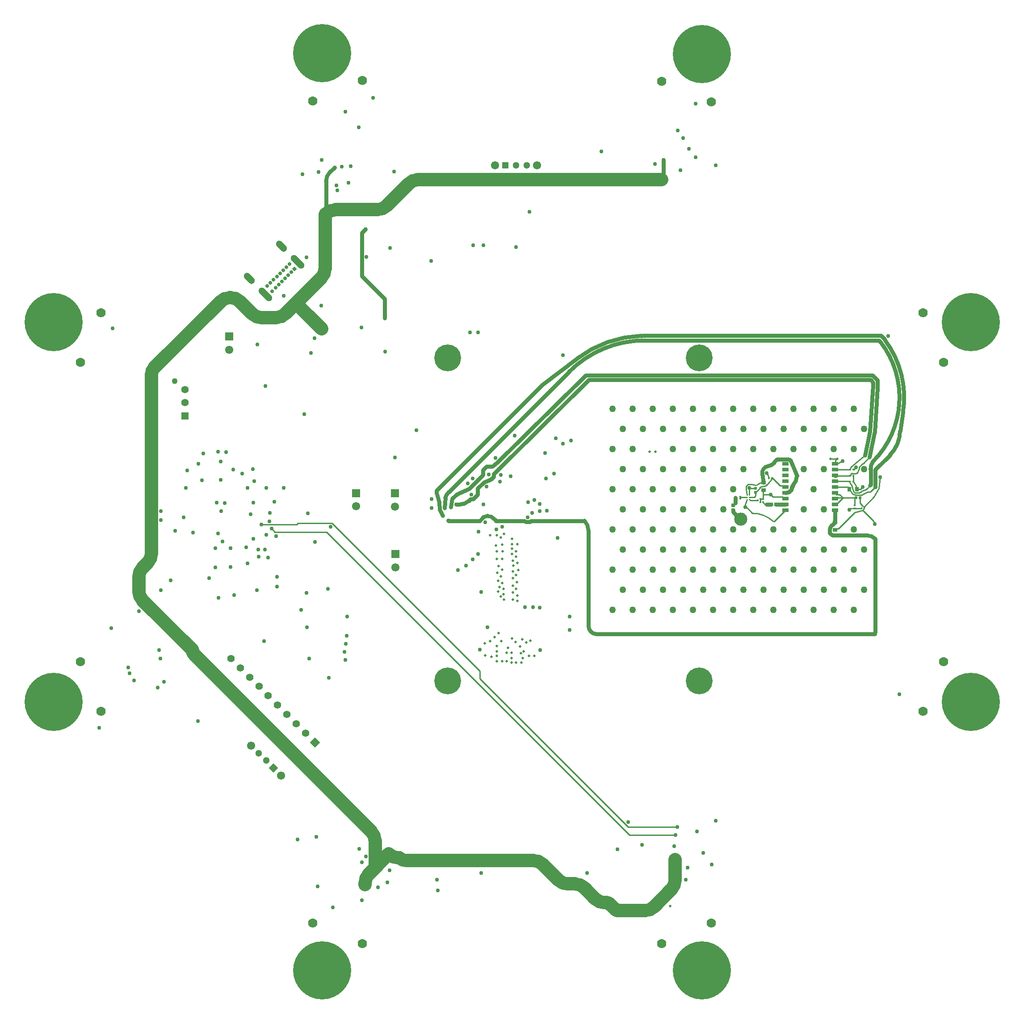
<source format=gbr>
G04*
G04 #@! TF.GenerationSoftware,Altium Limited,Altium Designer,25.8.1 (18)*
G04*
G04 Layer_Physical_Order=6*
G04 Layer_Color=16711680*
%FSLAX44Y44*%
%MOMM*%
G71*
G04*
G04 #@! TF.SameCoordinates,1712F0CB-3B61-41A3-BC14-C9FE2E182D8B*
G04*
G04*
G04 #@! TF.FilePolarity,Positive*
G04*
G01*
G75*
%ADD15C,0.2540*%
%ADD20R,0.6500X0.9000*%
%ADD21R,0.7154X0.6725*%
%ADD25R,0.2627X0.3541*%
%ADD26R,0.9000X0.6500*%
%ADD48R,0.6725X0.7154*%
%ADD82R,0.5153X0.4725*%
G04:AMPARAMS|DCode=93|XSize=1.3mm|YSize=2.5mm|CornerRadius=0.65mm|HoleSize=0mm|Usage=FLASHONLY|Rotation=225.000|XOffset=0mm|YOffset=0mm|HoleType=Round|Shape=RoundedRectangle|*
%AMROUNDEDRECTD93*
21,1,1.3000,1.2000,0,0,225.0*
21,1,0.0000,2.5000,0,0,225.0*
1,1,1.3000,-0.4243,0.4243*
1,1,1.3000,-0.4243,0.4243*
1,1,1.3000,0.4243,-0.4243*
1,1,1.3000,0.4243,-0.4243*
%
%ADD93ROUNDEDRECTD93*%
G04:AMPARAMS|DCode=117|XSize=1.3mm|YSize=3.2mm|CornerRadius=0.65mm|HoleSize=0mm|Usage=FLASHONLY|Rotation=225.000|XOffset=0mm|YOffset=0mm|HoleType=Round|Shape=RoundedRectangle|*
%AMROUNDEDRECTD117*
21,1,1.3000,1.9000,0,0,225.0*
21,1,0.0000,3.2000,0,0,225.0*
1,1,1.3000,-0.6718,0.6718*
1,1,1.3000,-0.6718,0.6718*
1,1,1.3000,0.6718,-0.6718*
1,1,1.3000,0.6718,-0.6718*
%
%ADD117ROUNDEDRECTD117*%
%ADD118C,0.7000*%
G04:AMPARAMS|DCode=119|XSize=0.7mm|YSize=1.6mm|CornerRadius=0.35mm|HoleSize=0mm|Usage=FLASHONLY|Rotation=225.000|XOffset=0mm|YOffset=0mm|HoleType=Round|Shape=RoundedRectangle|*
%AMROUNDEDRECTD119*
21,1,0.7000,0.9000,0,0,225.0*
21,1,0.0000,1.6000,0,0,225.0*
1,1,0.7000,-0.3182,0.3182*
1,1,0.7000,-0.3182,0.3182*
1,1,0.7000,0.3182,-0.3182*
1,1,0.7000,0.3182,-0.3182*
%
%ADD119ROUNDEDRECTD119*%
%ADD120P,0.9900X4X270.0*%
%ADD121C,1.5500*%
%ADD122C,1.3000*%
%ADD123R,1.4000X1.4000*%
%ADD124C,1.4000*%
%ADD125P,1.8385X4X180.0*%
%ADD126C,2.4892*%
%ADD127P,1.9799X4X360.0*%
%ADD128R,1.3000X1.3000*%
%ADD129R,1.5500X1.5500*%
%ADD130C,1.1000*%
%ADD136C,0.7620*%
%ADD137C,0.2540*%
%ADD139C,2.5400*%
%ADD141C,5.0800*%
%ADD142C,0.7620*%
%ADD143C,11.0000*%
%ADD144C,1.7780*%
%ADD145C,1.2700*%
%ADD146C,0.5080*%
%ADD168R,1.1810X0.7874*%
%ADD169R,0.4541X0.3627*%
%ADD170R,0.5200X0.5600*%
%ADD171R,0.2500X0.2500*%
%ADD172R,0.3048X0.3810*%
%ADD173R,0.3627X0.4541*%
%ADD174R,0.4100X0.6600*%
%ADD175C,0.2794*%
D15*
X1793431Y1762310D02*
G03*
X1807513Y1768143I0J19915D01*
G01*
X1676128Y1653408D02*
G03*
X1636703Y1668913I-39410J-42333D01*
G01*
X1834410Y1714500D02*
G03*
X1829397Y1726603I-17117J0D01*
G01*
X1667830Y1735456D02*
G03*
X1664015Y1744665I-13024J0D01*
G01*
X1826679Y1677934D02*
G03*
X1819910Y1675130I0J-9573D01*
G01*
X1793240Y1637400D02*
G03*
X1800376Y1640356I0J10091D01*
G01*
X1830535Y1670083D02*
G03*
X1829470Y1669450I727J-2434D01*
G01*
X1846081Y1674730D02*
G03*
X1847894Y1677163I-727J2434D01*
G01*
X1868170Y1648460D02*
G03*
X1865215Y1655596I-10093J0D01*
G01*
X1847894Y1680704D02*
G03*
X1845811Y1683203I-2540J0D01*
G01*
X959597Y1774190D02*
G03*
X959348Y1774087I0J-353D01*
G01*
X1825259Y1744254D02*
G03*
X1822761Y1742171I0J-2540D01*
G01*
X1833287Y1744254D02*
G03*
X1834923Y1744851I0J2540D01*
G01*
D02*
G03*
X1835363Y1745235I-13479J15875D01*
G01*
X1826062Y1706215D02*
G03*
X1831160Y1703650I5098J3785D01*
G01*
X1844293Y1710648D02*
G03*
X1844032Y1710517I2714J-5741D01*
G01*
X1828727Y1709271D02*
G03*
X1831160Y1707460I2433J729D01*
G01*
X1852969Y1714749D02*
G03*
X1853674Y1715244I-1085J2297D01*
G01*
X1837660Y1707460D02*
G03*
X1838860Y1707761I0J2540D01*
G01*
X1825593Y1719729D02*
G03*
X1825317Y1720341I-2433J-729D01*
G01*
X1821444Y1727297D02*
G03*
X1821827Y1725956I2540J0D01*
G01*
X1657350Y1727200D02*
G03*
X1645861Y1722441I0J-16248D01*
G01*
X1643368Y1721784D02*
G03*
X1645861Y1722441I688J2445D01*
G01*
X1672035Y1731997D02*
G03*
X1672599Y1733184I-1935J1646D01*
G01*
X1672034Y1731996D02*
G03*
X1672035Y1731997I-1934J1646D01*
G01*
X1662472Y1721487D02*
G03*
X1663784Y1722304I-622J2463D01*
G01*
X1655177Y1719644D02*
G03*
X1654626Y1719459I933J-3694D01*
G01*
X1651861Y1718289D02*
G03*
X1650766Y1717401I989J-2339D01*
G01*
X1645917Y1710915D02*
G03*
X1646794Y1711698I-1207J2235D01*
G01*
X1675348Y1700179D02*
X1693232D01*
X1697101Y1696310D01*
X1699069D01*
X1671320Y1704207D02*
X1675348Y1700179D01*
X1671320Y1704207D02*
Y1704340D01*
X1796564Y1771650D02*
X1797050D01*
X1793903Y1762782D02*
Y1768989D01*
X1796564Y1771650D01*
X1678167Y1653408D02*
X1699069Y1674310D01*
X1636703Y1668913D02*
X1636703Y1668913D01*
X1676128Y1653408D02*
X1676128D01*
X1677115Y1653408D02*
X1678167Y1653408D01*
X1676128D02*
X1677115Y1653408D01*
X1793431Y1762310D02*
X1793903Y1762782D01*
X1635969Y1669648D02*
X1636703Y1668913D01*
X1624599Y1681017D02*
X1635969Y1669648D01*
X1624599Y1681017D02*
Y1681749D01*
X1623060Y1680210D02*
X1624599Y1681749D01*
X1784350Y1771650D02*
X1797050D01*
X1829034Y1751874D02*
X1832610Y1755907D01*
X1828033Y1751330D02*
X1829034Y1751874D01*
X1827530Y1728470D02*
X1829397Y1726603D01*
X1845280Y1718310D02*
X1845310D01*
X1841470Y1714500D02*
X1845280Y1718310D01*
X1834410Y1714500D02*
X1841470D01*
X1827530Y1728470D02*
Y1739900D01*
X1667373Y1735456D02*
X1667830D01*
X1666829Y1734912D02*
X1667373Y1735456D01*
X1844040Y1678477D02*
Y1678934D01*
X1843497Y1677934D02*
X1844040Y1678477D01*
X1826679Y1677934D02*
X1830070D01*
X1843497D01*
X1671085Y1704105D02*
X1671320Y1704340D01*
X1641565Y1716495D02*
X1642110Y1715950D01*
X1657031Y1704105D02*
Y1712381D01*
Y1704105D02*
X1671085D01*
X1656110Y1713940D02*
X1657350Y1712700D01*
X1657031Y1712381D02*
X1657350Y1712700D01*
X1631225Y1716495D02*
X1641565D01*
X1630680Y1717040D02*
X1631225Y1716495D01*
X1657031Y1696039D02*
Y1704105D01*
X1630680Y1703260D02*
Y1717040D01*
X1651777Y1695785D02*
X1656777D01*
X1657031Y1696039D01*
X1651777Y1690035D02*
Y1695785D01*
X1623251Y1685871D02*
X1626680Y1695260D01*
X1623060Y1685679D02*
X1623251Y1685871D01*
X1623060Y1680210D02*
Y1685679D01*
X1800376Y1640356D02*
X1829470Y1669450D01*
X1840206Y1688311D02*
Y1697990D01*
Y1688311D02*
X1844040Y1684477D01*
Y1684020D02*
Y1684477D01*
X1844084Y1683519D02*
X1845811Y1683203D01*
X1844040Y1684020D02*
X1844084Y1683519D01*
X1830535Y1670083D02*
X1846081Y1674730D01*
X1865215Y1655596D01*
X1847894Y1677163D02*
Y1680704D01*
X1875790Y1715807D02*
X1878330Y1737360D01*
X1867077Y1699887D02*
X1875790Y1715807D01*
X1847894Y1680704D02*
X1867077Y1699887D01*
X1808480Y1697990D02*
X1832420D01*
X1808079D02*
X1808480D01*
X1819910Y1714500D02*
Y1715750D01*
X1793431Y1685310D02*
X1795399D01*
X1808079Y1697990D01*
X1793431Y1707310D02*
X1796098Y1704643D01*
X1801827D01*
X1808480Y1697990D01*
X1793431Y1718310D02*
X1817350D01*
X1819910Y1715750D01*
X1793431Y1751310D02*
X1821927D01*
X1821947Y1751330D01*
X1793841Y1739900D02*
X1821444D01*
X1793431Y1696310D02*
X1795111Y1697990D01*
X1808079D01*
X1793431Y1729310D02*
X1820147D01*
X1820987Y1728470D01*
X1821444D01*
X1696402Y1720977D02*
X1699069Y1718310D01*
X1688851Y1720977D02*
X1696402D01*
X1674373Y1735456D02*
X1688851Y1720977D01*
X1639570Y1699260D02*
X1642110Y1701800D01*
Y1708150D01*
X1630680Y1699260D02*
X1639570D01*
X1628050Y1723390D02*
X1635261Y1724066D01*
X1624330Y1719670D02*
X1628050Y1723390D01*
X1624330Y1714410D02*
Y1719670D01*
Y1714410D02*
X1626680Y1703260D01*
X1635261Y1724066D02*
X1643368Y1721783D01*
X1844168Y1761490D02*
X1846999Y1763818D01*
X1835870Y1745742D02*
X1838960Y1753277D01*
Y1756282D01*
X1835364Y1745236D02*
X1835870Y1745742D01*
X1838960Y1756282D02*
X1844168Y1761490D01*
X1846999Y1763818D02*
X1858571Y1775390D01*
X1835363Y1745235D02*
X1835364Y1745236D01*
X1845087Y1703927D02*
X1854935Y1708952D01*
X1855299Y1709019D01*
X1831160Y1703650D02*
X1844543D01*
X1855299Y1709019D02*
X1859178Y1709734D01*
X1844543Y1703650D02*
X1845087Y1703927D01*
X1821947Y1751330D02*
X1822034Y1751874D01*
X1822668Y1755844D02*
X1824777Y1757953D01*
X1822034Y1751874D02*
X1822668Y1755844D01*
X1824777Y1757953D02*
X1849680Y1779072D01*
X1822444Y1740444D02*
X1822761Y1742171D01*
X1825259Y1744254D02*
X1829801D01*
Y1744254D02*
X1833287D01*
X1833287D01*
X725170Y1639570D02*
X731520Y1633220D01*
X829310D02*
X1403350Y1059180D01*
X731520Y1633220D02*
X829310D01*
X706120Y1647825D02*
X706755Y1647190D01*
X772743D01*
X775283Y1649730D01*
X839560D01*
X1119742Y1369548D01*
Y1355397D02*
Y1369548D01*
Y1355397D02*
X1400896Y1074243D01*
X1494590D01*
X1403350Y1059180D02*
X1490948D01*
X1859178Y1709734D02*
X1861089Y1710087D01*
X1869440Y1718438D01*
X1821890Y1711833D02*
X1826062Y1706215D01*
X1819910Y1714500D02*
X1821890Y1711833D01*
X1853674Y1715244D02*
X1859806Y1721376D01*
X1844293Y1710648D02*
X1852969Y1714749D01*
X1838865Y1707764D02*
X1844021Y1710511D01*
X1831160Y1707460D02*
X1837660D01*
X1825593Y1719729D02*
X1826625Y1716286D01*
X1828727Y1709271D01*
X1821827Y1725956D02*
X1825317Y1720341D01*
X1821444Y1727297D02*
Y1728470D01*
X1832420Y1697990D02*
X1832634D01*
X1830070Y1684020D02*
Y1695640D01*
X1832420Y1697990D01*
X1821444Y1739900D02*
X1822444Y1740444D01*
X1614890Y1699260D02*
X1626680D01*
X1672599Y1733184D02*
X1672915Y1734912D01*
X1672034Y1731996D02*
X1672035Y1731997D01*
X1663784Y1722304D02*
X1672034Y1731996D01*
X1655177Y1719644D02*
X1662472Y1721487D01*
X1646794Y1711698D02*
X1650766Y1717401D01*
X1672915Y1734912D02*
X1673916Y1735456D01*
X1651861Y1718289D02*
X1654626Y1719459D01*
X1642110Y1708150D02*
X1643440Y1709577D01*
X1645917Y1710915D01*
X1656777Y1689654D02*
X1660663Y1685768D01*
X1663123D02*
X1663601Y1685290D01*
X1656777Y1689654D02*
Y1690035D01*
X1660663Y1685768D02*
X1663123D01*
X1600200Y1684020D02*
Y1684234D01*
X1604010Y1688044D01*
X1614110Y1698480D02*
X1614890Y1699260D01*
X1614110Y1697990D02*
Y1698480D01*
D20*
X1834410Y1714500D02*
D03*
X1819910D02*
D03*
D21*
X1671909Y1685290D02*
D03*
X1681480D02*
D03*
D25*
X1844040Y1678934D02*
D03*
Y1684020D02*
D03*
D26*
X1657350Y1712700D02*
D03*
X1793240Y1637400D02*
D03*
X1657350Y1727200D02*
D03*
X1793240Y1651900D02*
D03*
D48*
X1600200Y1674449D02*
D03*
Y1684020D02*
D03*
D82*
X1840206Y1697990D02*
D03*
X1832634D02*
D03*
D93*
X683350Y2114326D02*
D03*
X744444Y2175420D02*
D03*
D117*
X774850Y2145014D02*
D03*
X713756Y2083920D02*
D03*
D118*
X756854Y2119947D02*
D03*
X750844Y2113937D02*
D03*
X744833Y2107926D02*
D03*
X738823Y2101916D02*
D03*
X717256Y2099441D02*
D03*
X723266Y2105452D02*
D03*
X729277Y2111462D02*
D03*
X735287Y2117472D02*
D03*
X741298Y2123483D02*
D03*
X747308Y2129493D02*
D03*
X753318Y2135504D02*
D03*
X759329Y2141514D02*
D03*
X732812Y2095906D02*
D03*
X762864Y2125958D02*
D03*
X726802Y2089895D02*
D03*
D119*
X745505Y2174359D02*
D03*
X684411Y2113265D02*
D03*
D120*
X768875Y2131968D02*
D03*
D121*
X1228720Y2327910D02*
D03*
X1148720D02*
D03*
X645160Y1978660D02*
D03*
X743294Y1171866D02*
D03*
X686726Y1228434D02*
D03*
X885190Y1681880D02*
D03*
X959020Y1681680D02*
D03*
X960120Y1566310D02*
D03*
D122*
X1208720Y2327910D02*
D03*
X1188720D02*
D03*
X700868Y1214292D02*
D03*
X715010Y1200150D02*
D03*
D123*
X561510Y1853330D02*
D03*
D124*
X648416Y1393744D02*
D03*
X789838Y1252322D02*
D03*
X772160Y1270000D02*
D03*
X754482Y1287678D02*
D03*
X736805Y1305355D02*
D03*
X719127Y1323033D02*
D03*
X701449Y1340711D02*
D03*
X683772Y1358388D02*
D03*
X666094Y1376066D02*
D03*
X561510Y1903330D02*
D03*
Y1878330D02*
D03*
D125*
X729152Y1186008D02*
D03*
D126*
X1614170Y1657350D02*
D03*
D127*
X807515Y1234645D02*
D03*
D128*
X1168720Y2327910D02*
D03*
D129*
X645160Y2003660D02*
D03*
X885190Y1706880D02*
D03*
X959020Y1706680D02*
D03*
X960120Y1591310D02*
D03*
D130*
X541510Y1919330D02*
D03*
D136*
X1897322Y1779212D02*
G03*
X1916426Y1824612I-46151J46139D01*
G01*
X1922034Y1860067D02*
G03*
X1887936Y1996938I-178455J28226D01*
G01*
X1879387Y1993486D02*
G03*
X1879088Y1993871I-135808J-105193D01*
G01*
X1865518Y1767296D02*
G03*
X1879387Y1993486I-121939J120997D01*
G01*
X1432899Y1996440D02*
G03*
X1289230Y1936931I-0J-203179D01*
G01*
X1425550Y2005203D02*
G03*
X1304897Y1962343I7349J-211941D01*
G01*
X1706426Y1709505D02*
G03*
X1709839Y1712910I-1452J4868D01*
G01*
X1720845Y1739624D02*
G03*
X1720848Y1739616I7096J2776D01*
G01*
X1666532Y1758173D02*
G03*
X1655203Y1743490I1614J-12957D01*
G01*
X1666542Y1758174D02*
G03*
X1666532Y1758173I1604J-12959D01*
G01*
X1666542Y1758174D02*
G03*
X1677670Y1764030I-2185J17654D01*
G01*
X1677670Y1764030D02*
G03*
X1679487Y1766848I-8267J7325D01*
G01*
X1683511Y1770746D02*
G03*
X1679487Y1766848I2919J-7039D01*
G01*
X1709705Y1768098D02*
G03*
X1704974Y1771327I-4731J-1851D01*
G01*
X1713410Y1721651D02*
G03*
X1720850Y1739612I-17960J17960D01*
G01*
X1713404Y1721645D02*
G03*
X1711510Y1718467I5404J-5373D01*
G01*
X1060927Y1708627D02*
G03*
X1054567Y1697993I17960J-17960D01*
G01*
X1141102Y1733198D02*
G03*
X1141097Y1733196I1857J-4728D01*
G01*
X1099704Y1715086D02*
G03*
X1099694Y1715081I1973J-4681D01*
G01*
X836021Y2315571D02*
G03*
X828582Y2297610I17960J-17960D01*
G01*
X1464528Y2301240D02*
G03*
X1468120Y2309912I-8672J8672D01*
G01*
X1134810Y1663851D02*
G03*
X1122424Y1656059I38J-13802D01*
G01*
X1147724Y1657549D02*
G03*
X1134855Y1663851I-12877J-10007D01*
G01*
D02*
G03*
X1134810Y1663851I-7J-13802D01*
G01*
X1147724Y1657549D02*
G03*
X1148658Y1656556I5998J4700D01*
G01*
X1120151Y1654630D02*
G03*
X1122424Y1656059I-11J2540D01*
G01*
X1325880Y1636669D02*
G03*
X1318441Y1654630I-25400J0D01*
G01*
X1081761Y1685372D02*
G03*
X1099722Y1692812I0J25400D01*
G01*
X1865518Y1767296D02*
G03*
X1860550Y1752239I20332J-15057D01*
G01*
X1897316Y1779206D02*
G03*
X1897322Y1779212I-46145J46145D01*
G01*
X1060414Y1654809D02*
G03*
X1060847Y1654630I434J434D01*
G01*
X1325880Y1456254D02*
G03*
X1330960Y1443990I17344J0D01*
G01*
D02*
G03*
X1340158Y1440180I9198J9198D01*
G01*
X1868170D02*
G03*
X1869440Y1443246I-3066J3066D01*
G01*
Y1620520D02*
G03*
X1854110Y1626870I-15330J-15330D01*
G01*
X1859806Y1721376D02*
G03*
X1860550Y1723172I-1796J1796D01*
G01*
X1916426Y1824612D02*
X1922034Y1860067D01*
X1885937Y1999595D02*
X1887936Y1996938D01*
X1238826Y1912325D02*
X1304897Y1962343D01*
X1432899Y1996440D02*
X1876519Y1996440D01*
X1879088Y1993871D01*
X1425550Y2005203D02*
X1429217Y2005330D01*
X1880201D01*
X1038374Y1711873D02*
X1238826Y1912325D01*
X1880201Y2005330D02*
X1885937Y1999595D01*
X1699049Y1685290D02*
X1699069Y1685310D01*
X1681480Y1685290D02*
X1699049D01*
X1793431Y1652091D02*
Y1674310D01*
X1699069Y1707310D02*
X1699495Y1707437D01*
X1706426Y1709505D01*
X1793431Y1740310D02*
X1793841Y1739900D01*
X1793240Y1651900D02*
X1793431Y1652091D01*
X1655203Y1743491D02*
X1657350Y1727200D01*
X1683511Y1770746D02*
X1684912Y1771327D01*
X1704974D01*
X1709705Y1768098D02*
X1720845Y1739624D01*
X1720848Y1739616D02*
X1720850Y1739612D01*
X1713404Y1721645D02*
X1713410Y1721651D01*
X1709839Y1712910D02*
X1711510Y1718467D01*
X1849680Y1779072D02*
X1849680Y1779072D01*
X1042964Y1690157D02*
X1043940Y1675258D01*
X1052830Y1678940D02*
X1054567Y1697993D01*
X1038374Y1707738D02*
X1042964Y1690157D01*
X1043940Y1675258D02*
X1049739Y1664204D01*
X1600200Y1671320D02*
Y1674449D01*
Y1671320D02*
X1614170Y1657350D01*
X1787746Y1626870D02*
X1854110D01*
X1783283Y1631334D02*
X1787746Y1626870D01*
X1783283Y1637646D02*
X1783660Y1642754D01*
X1783283Y1631334D02*
Y1637646D01*
X1788776Y1647436D02*
X1793240Y1651900D01*
X1786636Y1645730D02*
X1788776Y1647436D01*
X1783660Y1642754D02*
X1786636Y1645730D01*
X1153101Y1765231D02*
X1320870Y1930400D01*
X1116244Y1715774D02*
X1128826Y1728356D01*
X1148556Y1745491D02*
X1326419Y1921510D01*
X1146310Y1743244D02*
X1148556Y1745491D01*
X1143868Y1757680D02*
X1153101Y1765231D01*
X1320870Y1930400D02*
X1864218D01*
X1146310Y1738405D02*
Y1743244D01*
X1128826Y1728356D02*
X1141097Y1733196D01*
X1132840Y1757680D02*
X1143868D01*
X1141102Y1733198D02*
X1146310Y1738405D01*
X1326419Y1921510D02*
X1860535D01*
X1126434Y1751274D02*
X1132840Y1757680D01*
X1126434Y1741816D02*
Y1751274D01*
X1060927Y1708627D02*
X1289230Y1936931D01*
X1067890Y1696540D02*
X1076699Y1705349D01*
X1099704Y1715086D02*
X1126434Y1741816D01*
X1076699Y1705349D02*
X1099694Y1715081D01*
X828582Y2236651D02*
Y2297610D01*
X939800Y2038805D02*
Y2075180D01*
X896366Y2118614D02*
X939800Y2075180D01*
X896366Y2118614D02*
Y2200656D01*
X902970Y2207260D01*
X1214666Y1652270D02*
X1217025Y1654630D01*
X1318441D01*
X1204942D02*
X1207301Y1652270D01*
X1214666D01*
X1153722Y1654630D02*
X1204942D01*
X1074918Y1685372D02*
X1081761D01*
X836021Y2315571D02*
X844550Y2324100D01*
X1468120Y2309912D02*
Y2338070D01*
X1150824Y1654630D02*
X1153722Y1654630D01*
X1148658Y1656556D02*
X1150824Y1654630D01*
X1060847Y1654630D02*
X1120151D01*
X1116244Y1704041D02*
Y1715774D01*
X1107666Y1695464D02*
X1116244Y1704041D01*
X1102374Y1695464D02*
X1107666D01*
X1099722Y1692812D02*
X1102374Y1695464D01*
X1064988Y1680370D02*
X1067890Y1696540D01*
X1038374Y1707738D02*
Y1711873D01*
X1864218Y1930400D02*
X1873308Y1921310D01*
X1860535Y1921510D02*
X1864999Y1917046D01*
Y1910734D02*
Y1917046D01*
X1868170Y1823128D02*
X1873889Y1907051D01*
X1859280Y1824066D02*
X1864999Y1910734D01*
X1873308Y1921310D02*
X1873889Y1920434D01*
X1849680Y1779072D02*
X1859280Y1824066D01*
X1867930Y1820144D02*
X1868170Y1823128D01*
X1873889Y1907051D02*
Y1920434D01*
X1858571Y1775390D02*
X1867930Y1820144D01*
X1869440Y1751330D02*
X1897316Y1779206D01*
X1869440Y1718438D02*
Y1751330D01*
X1325880Y1456254D02*
Y1636669D01*
X1340158Y1440180D02*
X1868170D01*
X1869440Y1443246D02*
Y1620520D01*
X1860550Y1723172D02*
Y1752239D01*
X1663601Y1685290D02*
X1671909D01*
X1604010Y1688044D02*
Y1697990D01*
D137*
X1677115Y1653408D02*
D03*
D139*
X1003661Y2301240D02*
G03*
X985701Y2293801I0J-25400D01*
G01*
X925469Y2244090D02*
G03*
X943429Y2251530I0J25400D01*
G01*
X846542Y2244090D02*
G03*
X828582Y2236651I0J-25400D01*
G01*
X819331Y2114731D02*
G03*
X826770Y2132691I-17960J17960D01*
G01*
X733699Y2039620D02*
G03*
X751659Y2047059I0J25400D01*
G01*
X688521D02*
G03*
X706481Y2039620I17960J17960D01*
G01*
X665300Y2070280D02*
G03*
X647339Y2077720I-17960J-17960D01*
G01*
X646791D02*
G03*
X628830Y2070280I0J-25400D01*
G01*
X502920Y1944370D02*
G03*
X497840Y1932106I12264J-12264D01*
G01*
X490401Y1574980D02*
G03*
X497840Y1592941I-17960J17960D01*
G01*
X481149Y1565730D02*
G03*
X473710Y1547769I17960J-17960D01*
G01*
Y1521821D02*
G03*
X481149Y1503860I25400J0D01*
G01*
X575310Y1409700D02*
G03*
X578902Y1401028I12264J0D01*
G01*
X921565Y1047843D02*
G03*
X914126Y1065804I-25400J0D01*
G01*
X910038Y985876D02*
G03*
X902598Y967916I17960J-17960D01*
G01*
X947600Y1023439D02*
G03*
X965561Y1016000I17960J17960D01*
G01*
X967740D02*
G03*
X980004Y1010920I12264J12264D01*
G01*
X1239340Y1003481D02*
G03*
X1221379Y1010920I-17960J-17960D01*
G01*
X1268911Y973910D02*
G03*
X1286871Y966470I17960J17960D01*
G01*
X1318080Y959031D02*
G03*
X1300119Y966470I-17960J-17960D01*
G01*
X1338761Y938350D02*
G03*
X1356721Y930910I17960J17960D01*
G01*
X1366674Y928216D02*
G03*
X1360170Y930910I-6504J-6504D01*
G01*
X1376680Y918210D02*
G03*
X1382812Y915670I6132J6132D01*
G01*
X1432560D02*
G03*
X1449904Y922854I0J24528D01*
G01*
X1482710Y955660D02*
G03*
X1490149Y973621I-17960J17960D01*
G01*
X800100Y2038350D02*
X820420Y2018030D01*
X771525Y2066925D02*
X800100Y2038350D01*
X771525Y2066925D02*
X819331Y2114731D01*
X1003661Y2301240D02*
X1464528D01*
X943429Y2251530D02*
X985701Y2293801D01*
X846542Y2244090D02*
X925469D01*
X826770Y2234839D02*
X828582Y2236651D01*
X826770Y2132691D02*
Y2234839D01*
X751659Y2047059D02*
X771525Y2066925D01*
X706481Y2039620D02*
X733699D01*
X665300Y2070280D02*
X688521Y2047059D01*
X646791Y2077720D02*
X647339D01*
X502920Y1944370D02*
X628830Y2070280D01*
X497840Y1592941D02*
Y1932106D01*
X481149Y1565730D02*
X490401Y1574980D01*
X473710Y1521821D02*
Y1547769D01*
X481149Y1503860D02*
X575310Y1409700D01*
X578902Y1401028D02*
X914126Y1065804D01*
X921565Y997404D02*
Y1047843D01*
Y997404D02*
X947600Y1023439D01*
X902598Y964828D02*
Y967916D01*
X910038Y985876D02*
X921565Y997404D01*
X965561Y1016000D02*
X967740D01*
X980004Y1010920D02*
X1221379D01*
X1239340Y1003481D02*
X1268911Y973910D01*
X1286871Y966470D02*
X1300119D01*
X1318080Y959031D02*
X1338761Y938350D01*
X1356721Y930910D02*
X1360170D01*
X1366674Y928216D02*
X1376680Y918210D01*
X1382812Y915670D02*
X1432560D01*
X1449904Y922854D02*
X1482710Y955660D01*
X1490149Y973621D02*
Y1012386D01*
D141*
X1535430Y1963420D02*
D03*
X1059180D02*
D03*
Y1351280D02*
D03*
X1535430D02*
D03*
D142*
X721950Y1669460D02*
D03*
X1893549Y2004714D02*
D03*
X1819910Y1675130D02*
D03*
X1807513Y1768143D02*
D03*
X1832610Y1755907D02*
D03*
X1529080Y2444750D02*
D03*
X1516380Y2359660D02*
D03*
X1845310Y1718310D02*
D03*
X1671320Y1704340D02*
D03*
X1664015Y1744665D02*
D03*
X1630680Y1717040D02*
D03*
X1350190Y2354580D02*
D03*
X1451610Y2330450D02*
D03*
X1277620Y1968500D02*
D03*
X1188720Y2172970D02*
D03*
X1260727Y1744260D02*
D03*
X1186180Y1816100D02*
D03*
X1623060Y1680210D02*
D03*
X1915160Y1325920D02*
D03*
X1543050Y1024890D02*
D03*
X1488440Y1037590D02*
D03*
X1400810Y1083310D02*
D03*
X1380708Y1032292D02*
D03*
X1510030Y974090D02*
D03*
X1247140Y1673860D02*
D03*
X1267460Y1621790D02*
D03*
X1290320Y1473200D02*
D03*
X1234440Y1409700D02*
D03*
X957580Y2316142D02*
D03*
X1027610Y2147390D02*
D03*
X949960Y2171700D02*
D03*
X865277Y2429917D02*
D03*
X905256Y2154936D02*
D03*
X1137420Y1742088D02*
D03*
X1116766Y2011680D02*
D03*
X1101090D02*
D03*
X999490Y1826260D02*
D03*
X1028700Y1695450D02*
D03*
X940240Y1975290D02*
D03*
X820420Y2338070D02*
D03*
X800100Y1972310D02*
D03*
X787400Y1856740D02*
D03*
X424180Y2019300D02*
D03*
X713740Y1910080D02*
D03*
X628650Y1766570D02*
D03*
X586740Y1762760D02*
D03*
X730250Y1690370D02*
D03*
X715010Y1717040D02*
D03*
X793750Y1668780D02*
D03*
X562610Y1717040D02*
D03*
X621030Y1689100D02*
D03*
X636270Y1688120D02*
D03*
X629920Y1672590D02*
D03*
X1117600Y1634413D02*
D03*
X1134319Y1452878D02*
D03*
X792480Y1452880D02*
D03*
X1120140Y1410480D02*
D03*
X948690Y991870D02*
D03*
X896990Y935620D02*
D03*
X863600Y1405890D02*
D03*
X796290Y1393190D02*
D03*
X734060Y1625600D02*
D03*
X542293Y1635760D02*
D03*
X576580Y1631950D02*
D03*
X690880Y1620520D02*
D03*
X647700Y1567180D02*
D03*
X618490Y1566101D02*
D03*
X774700Y1050290D02*
D03*
X711245Y1426165D02*
D03*
X697837Y1522730D02*
D03*
X515620D02*
D03*
X511804Y1409700D02*
D03*
X421788Y1451400D02*
D03*
X398428Y1262380D02*
D03*
X918063Y2456327D02*
D03*
X521771Y1349811D02*
D03*
X509821Y1338580D02*
D03*
X849630Y2280920D02*
D03*
X690880Y1689100D02*
D03*
X1427480Y1040130D02*
D03*
X1531620Y1065530D02*
D03*
X890270Y2400300D02*
D03*
X810260Y1055370D02*
D03*
X1038860Y974090D02*
D03*
X618490Y1602740D02*
D03*
X558800Y1661160D02*
D03*
X647700Y1602930D02*
D03*
X676910Y1604010D02*
D03*
X679450Y1717040D02*
D03*
X593090Y1731004D02*
D03*
X565150Y1750060D02*
D03*
X685800Y1666939D02*
D03*
X514350Y1393190D02*
D03*
X1107440Y2176780D02*
D03*
X1868170Y1648460D02*
D03*
X628650Y1732280D02*
D03*
X1126490Y2176780D02*
D03*
X959597Y1774190D02*
D03*
X1290320Y1447800D02*
D03*
X1245668Y1734596D02*
D03*
X1878330Y1737360D02*
D03*
X1132419Y1719353D02*
D03*
X1130427Y1652188D02*
D03*
X533865Y1541315D02*
D03*
X814070Y2315210D02*
D03*
X1028700Y1678940D02*
D03*
X1210984Y1661160D02*
D03*
X1567180Y2328360D02*
D03*
X836930Y1643380D02*
D03*
X807720Y1614170D02*
D03*
X1162050Y1643380D02*
D03*
X1151193Y1638042D02*
D03*
X1233170Y1686560D02*
D03*
X1223010Y1694550D02*
D03*
X1219238Y1669806D02*
D03*
X1211624Y1690052D02*
D03*
X1052830Y1678940D02*
D03*
X1126523Y1685313D02*
D03*
X1097503Y1725457D02*
D03*
X1106170Y1734820D02*
D03*
X1149418Y1774121D02*
D03*
X652780Y1751330D02*
D03*
X669290Y1743710D02*
D03*
X871220Y2294890D02*
D03*
X848450Y2289900D02*
D03*
X1504950Y2379980D02*
D03*
X1494835Y2393905D02*
D03*
X903785Y1018540D02*
D03*
X896620Y1007110D02*
D03*
X473710Y1483360D02*
D03*
X453390Y1376680D02*
D03*
X632460Y1615440D02*
D03*
X455930Y1365250D02*
D03*
X654050Y1513840D02*
D03*
X465099Y1352271D02*
D03*
X939800Y2038805D02*
D03*
X902970Y2207260D02*
D03*
X800100Y2038350D02*
D03*
X806450Y2000250D02*
D03*
X748030Y2080688D02*
D03*
X698500Y1988820D02*
D03*
X692150Y1729740D02*
D03*
X689610Y1752600D02*
D03*
X725170Y1639570D02*
D03*
X712470Y1600200D02*
D03*
X718820Y1584960D02*
D03*
X1233170Y1673370D02*
D03*
X1074918Y1685372D02*
D03*
X1040130Y953770D02*
D03*
X1567180Y1085850D02*
D03*
X1529080Y2343150D02*
D03*
X783590Y2311400D02*
D03*
X1499870Y2319020D02*
D03*
X1214120Y2240280D02*
D03*
X858520Y2325370D02*
D03*
X515620Y1656080D02*
D03*
X624840Y1508760D02*
D03*
X515620Y1672590D02*
D03*
X891540Y1032510D02*
D03*
X1122680Y986790D02*
D03*
X844550Y2324100D02*
D03*
X1468120Y2338070D02*
D03*
X1323340Y986790D02*
D03*
X927100Y960120D02*
D03*
X902598Y964828D02*
D03*
X1494590Y1074243D02*
D03*
X1490948Y1059180D02*
D03*
X1103984Y1704354D02*
D03*
X1064988Y1680370D02*
D03*
X1060414Y1654809D02*
D03*
X1049739Y1664204D02*
D03*
X1122874Y1519723D02*
D03*
X1078230Y1560830D02*
D03*
X1093470Y1569904D02*
D03*
X1106170Y1581150D02*
D03*
X1117007Y1591673D02*
D03*
X1178560Y1738996D02*
D03*
X1243330Y1783080D02*
D03*
X1220470Y1490980D02*
D03*
X1205859Y1490758D02*
D03*
X1292860Y1807120D02*
D03*
X1277438Y1800677D02*
D03*
X1263650Y1811020D02*
D03*
X1158240Y1728470D02*
D03*
X1159510Y1741170D02*
D03*
X1233126Y1490218D02*
D03*
X841912Y922118D02*
D03*
X868680Y1473200D02*
D03*
X781050Y1485900D02*
D03*
X833959Y1357199D02*
D03*
X831850Y1525270D02*
D03*
X791210Y1517650D02*
D03*
X864870Y1390650D02*
D03*
X866140Y1421130D02*
D03*
X867410Y1436370D02*
D03*
X585470Y1275080D02*
D03*
X748030Y1717040D02*
D03*
X735330Y1548130D02*
D03*
X735926Y1529676D02*
D03*
X679495Y1573575D02*
D03*
X638810Y1784350D02*
D03*
X623570Y1785620D02*
D03*
X895350Y2020570D02*
D03*
X819150Y2062480D02*
D03*
X791210Y2153920D02*
D03*
X607060Y1545590D02*
D03*
X721360Y1653540D02*
D03*
X706120Y1647825D02*
D03*
X595630Y1781810D02*
D03*
X715010Y1628140D02*
D03*
X701040Y1586230D02*
D03*
X699770Y1600200D02*
D03*
X623570Y1630680D02*
D03*
X812800Y961390D02*
D03*
X944880Y969010D02*
D03*
X875030Y2326640D02*
D03*
X1559560Y1003300D02*
D03*
X1513840Y997536D02*
D03*
X1490149Y1012386D02*
D03*
D143*
X821100Y2540437D02*
D03*
X311983Y2031320D02*
D03*
X2050217D02*
D03*
Y1311320D02*
D03*
X1540510Y2538730D02*
D03*
X311983Y1311320D02*
D03*
X821100Y802203D02*
D03*
X1541100D02*
D03*
D144*
X897194Y2489478D02*
D03*
X803327Y2450597D02*
D03*
X362942Y1955226D02*
D03*
X401823Y2049093D02*
D03*
X1999258Y1955226D02*
D03*
X1960377Y2049093D02*
D03*
X1999258Y1387414D02*
D03*
X1960377Y1293547D02*
D03*
X1464417Y2487771D02*
D03*
X1558283Y2448890D02*
D03*
X401823Y1293547D02*
D03*
X362942Y1387414D02*
D03*
X803327Y892043D02*
D03*
X897194Y853162D02*
D03*
X1558873Y892043D02*
D03*
X1465006Y853162D02*
D03*
D145*
X1733550Y1752600D02*
D03*
Y1676400D02*
D03*
X1828800Y1866900D02*
D03*
X1847850Y1828800D02*
D03*
X1809750D02*
D03*
X1790700Y1790700D02*
D03*
X1752600Y1866900D02*
D03*
X1790700D02*
D03*
X1714500D02*
D03*
X1695450Y1828800D02*
D03*
X1771650D02*
D03*
X1752600Y1790700D02*
D03*
X1733550Y1828800D02*
D03*
X1714500Y1790700D02*
D03*
X1828800D02*
D03*
X1847850Y1752600D02*
D03*
X1771650D02*
D03*
X1600200Y1866900D02*
D03*
X1638300D02*
D03*
X1524000D02*
D03*
X1562100D02*
D03*
X1485900D02*
D03*
X1676400D02*
D03*
X1657350Y1828800D02*
D03*
X1619250D02*
D03*
X1600200Y1790700D02*
D03*
X1638300D02*
D03*
X1676400D02*
D03*
X1581150Y1752600D02*
D03*
X1619250D02*
D03*
X1543050Y1828800D02*
D03*
X1581150D02*
D03*
X1504950D02*
D03*
X1524000Y1790700D02*
D03*
X1562100D02*
D03*
X1543050Y1752600D02*
D03*
X1504950D02*
D03*
X1752600Y1714500D02*
D03*
X1562100D02*
D03*
X1485900D02*
D03*
X1524000D02*
D03*
X1600200D02*
D03*
X1447800Y1866900D02*
D03*
X1409700D02*
D03*
X1466850Y1828800D02*
D03*
X1485900Y1790700D02*
D03*
X1428750Y1828800D02*
D03*
X1409700Y1790700D02*
D03*
X1390650Y1752600D02*
D03*
X1428750D02*
D03*
X1390650Y1828800D02*
D03*
X1371600Y1790700D02*
D03*
Y1866900D02*
D03*
X1466850Y1752600D02*
D03*
X1409700Y1714500D02*
D03*
X1447800D02*
D03*
X1371600D02*
D03*
X1771650Y1676400D02*
D03*
X1714500Y1638300D02*
D03*
X1676400D02*
D03*
X1828800D02*
D03*
X1847850Y1600200D02*
D03*
X1771650D02*
D03*
X1809750D02*
D03*
X1828800Y1562100D02*
D03*
X1847850Y1524000D02*
D03*
X1752600Y1562100D02*
D03*
X1790700D02*
D03*
X1752600Y1638300D02*
D03*
X1733550Y1600200D02*
D03*
X1657350D02*
D03*
X1695450D02*
D03*
X1714500Y1562100D02*
D03*
X1695450Y1524000D02*
D03*
X1676400Y1562100D02*
D03*
X1543050Y1676400D02*
D03*
X1581150D02*
D03*
X1600200Y1638300D02*
D03*
X1638300D02*
D03*
X1524000D02*
D03*
X1562100D02*
D03*
X1466850Y1676400D02*
D03*
X1504950D02*
D03*
X1390650D02*
D03*
X1428750D02*
D03*
X1447800Y1638300D02*
D03*
X1485900D02*
D03*
X1409700D02*
D03*
X1390650Y1600200D02*
D03*
X1581150D02*
D03*
X1619250D02*
D03*
X1543050D02*
D03*
X1600200Y1562100D02*
D03*
X1638300D02*
D03*
X1524000D02*
D03*
X1562100D02*
D03*
X1466850Y1600200D02*
D03*
X1504950D02*
D03*
X1428750D02*
D03*
X1409700Y1562100D02*
D03*
X1447800D02*
D03*
X1485900D02*
D03*
X1390650Y1524000D02*
D03*
X1771650D02*
D03*
X1809750D02*
D03*
X1733550D02*
D03*
X1676400Y1485900D02*
D03*
X1790700D02*
D03*
X1828800D02*
D03*
X1714500D02*
D03*
X1752600D02*
D03*
X1619250Y1524000D02*
D03*
X1657350D02*
D03*
X1543050D02*
D03*
X1581150D02*
D03*
X1600200Y1485900D02*
D03*
X1638300D02*
D03*
X1524000D02*
D03*
X1562100D02*
D03*
X1466850Y1524000D02*
D03*
X1504950D02*
D03*
X1428750D02*
D03*
X1447800Y1485900D02*
D03*
X1485900D02*
D03*
X1409700D02*
D03*
X1371600Y1638300D02*
D03*
Y1562100D02*
D03*
Y1485900D02*
D03*
D146*
X1797050Y1771650D02*
D03*
X1784350D02*
D03*
X1441450Y1785620D02*
D03*
X1452880D02*
D03*
X1480820Y924560D02*
D03*
X1191260Y1610360D02*
D03*
X1181100Y1620520D02*
D03*
Y1610360D02*
D03*
X1188720Y1596390D02*
D03*
X1181100Y1591310D02*
D03*
Y1601470D02*
D03*
X1192530Y1560830D02*
D03*
X1200150Y1430020D02*
D03*
X1215390Y1427480D02*
D03*
X1223010Y1398270D02*
D03*
X1207770Y1423670D02*
D03*
X1202690Y1407160D02*
D03*
X1196340Y1416050D02*
D03*
X1197610Y1403350D02*
D03*
X1212850Y1398270D02*
D03*
X1201420Y1394460D02*
D03*
X1198880Y1385570D02*
D03*
X1191260Y1574800D02*
D03*
X1188720Y1551940D02*
D03*
Y1586230D02*
D03*
X1183640Y1569720D02*
D03*
X1191260Y1512570D02*
D03*
Y1502410D02*
D03*
X1189990Y1537970D02*
D03*
X1188720Y1525270D02*
D03*
X1182370Y1545590D02*
D03*
Y1531620D02*
D03*
Y1578610D02*
D03*
Y1558290D02*
D03*
Y1518920D02*
D03*
Y1504950D02*
D03*
X1165860D02*
D03*
X1181100Y1431290D02*
D03*
X1187450Y1424940D02*
D03*
X1173480Y1413510D02*
D03*
X1179830Y1404620D02*
D03*
Y1385570D02*
D03*
X1188720D02*
D03*
X1179830Y1394460D02*
D03*
X1170940Y1388110D02*
D03*
Y1404620D02*
D03*
X1165860Y1629410D02*
D03*
X1163320Y1596390D02*
D03*
X1159510Y1623060D02*
D03*
X1162050Y1609090D02*
D03*
Y1582420D02*
D03*
Y1562100D02*
D03*
X1155700Y1568450D02*
D03*
X1153160Y1555750D02*
D03*
X1151890Y1626870D02*
D03*
X1150620Y1607820D02*
D03*
X1151890Y1596390D02*
D03*
Y1582420D02*
D03*
X1162050Y1536700D02*
D03*
X1164590Y1525270D02*
D03*
X1159510Y1549400D02*
D03*
X1156970Y1529080D02*
D03*
X1164590Y1515110D02*
D03*
X1159510Y1511300D02*
D03*
X1160780Y1426210D02*
D03*
X1154430Y1540510D02*
D03*
Y1520190D02*
D03*
X1155700Y1441450D02*
D03*
X1151890Y1417320D02*
D03*
X1148080Y1433830D02*
D03*
X1139190Y1626870D02*
D03*
Y1426210D02*
D03*
X1129030Y1422400D02*
D03*
X1151890Y1407160D02*
D03*
Y1398270D02*
D03*
X1130300Y1399540D02*
D03*
X1151890Y1388110D02*
D03*
X1162050D02*
D03*
X1141730Y1397000D02*
D03*
X819150Y2019300D02*
D03*
X810465Y2027985D02*
D03*
D168*
X1793431Y1762310D02*
D03*
X1699069Y1696310D02*
D03*
Y1674310D02*
D03*
X1793431Y1674310D02*
D03*
Y1685310D02*
D03*
Y1696310D02*
D03*
Y1707310D02*
D03*
Y1718310D02*
D03*
Y1729310D02*
D03*
Y1740310D02*
D03*
Y1751310D02*
D03*
X1699069Y1762310D02*
D03*
Y1751310D02*
D03*
Y1740310D02*
D03*
Y1729310D02*
D03*
Y1718310D02*
D03*
Y1685310D02*
D03*
Y1707310D02*
D03*
D169*
X1828033Y1751330D02*
D03*
X1827530Y1739900D02*
D03*
Y1728470D02*
D03*
X1667830Y1735456D02*
D03*
X1673916D02*
D03*
X1821947Y1751330D02*
D03*
X1821444Y1739900D02*
D03*
Y1728470D02*
D03*
D170*
X1642110Y1715950D02*
D03*
Y1708150D02*
D03*
D171*
X1630680Y1703260D02*
D03*
X1626680Y1695260D02*
D03*
Y1703260D02*
D03*
X1630680Y1699260D02*
D03*
Y1695260D02*
D03*
X1626680Y1699260D02*
D03*
D172*
X1656777Y1695785D02*
D03*
X1651777D02*
D03*
Y1690035D02*
D03*
X1646777Y1692910D02*
D03*
X1656777Y1690035D02*
D03*
D173*
X1830070Y1677934D02*
D03*
Y1684020D02*
D03*
D174*
X1614110Y1697990D02*
D03*
X1604010D02*
D03*
D175*
X1630680Y1695260D02*
X1633030Y1692910D01*
X1646777D01*
M02*

</source>
